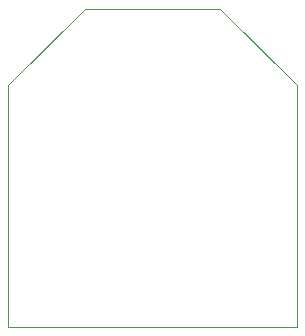
<source format=gko>
G04 #@! TF.FileFunction,Profile,NP*
%FSLAX46Y46*%
G04 Gerber Fmt 4.6, Leading zero omitted, Abs format (unit mm)*
G04 Created by KiCad (PCBNEW (2014-11-17 BZR 5289)-product) date Mon 26 Jan 2015 09:38:41 AM EST*
%MOMM*%
G01*
G04 APERTURE LIST*
%ADD10C,0.100000*%
G04 APERTURE END LIST*
D10*
X171000000Y-110500000D02*
X171000000Y-131000000D01*
X177500000Y-104000000D02*
X171000000Y-110500000D01*
X189000000Y-104000000D02*
X177500000Y-104000000D01*
X195500000Y-110500000D02*
X189000000Y-104000000D01*
X195500000Y-131000000D02*
X195500000Y-110500000D01*
X171000000Y-131000000D02*
X195500000Y-131000000D01*
M02*

</source>
